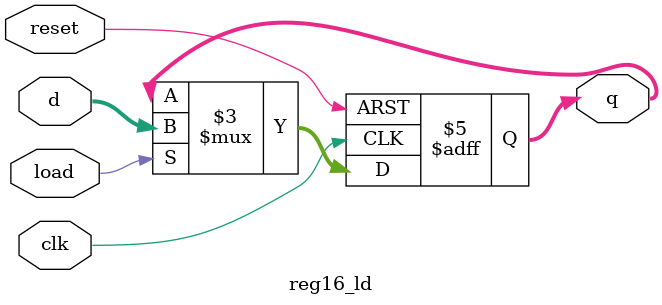
<source format=v>
`timescale 1ns / 1ps
module reg16_ld(clk, reset, load, d, q);
input             clk, reset, load;
input      [15:0] d;
output reg [15:0] q;

always @(posedge clk, posedge reset)
   if(reset)
      q <= 15'h0;
   else if(load)
         q <= d;
      else
         q <= q;
         
endmodule

</source>
